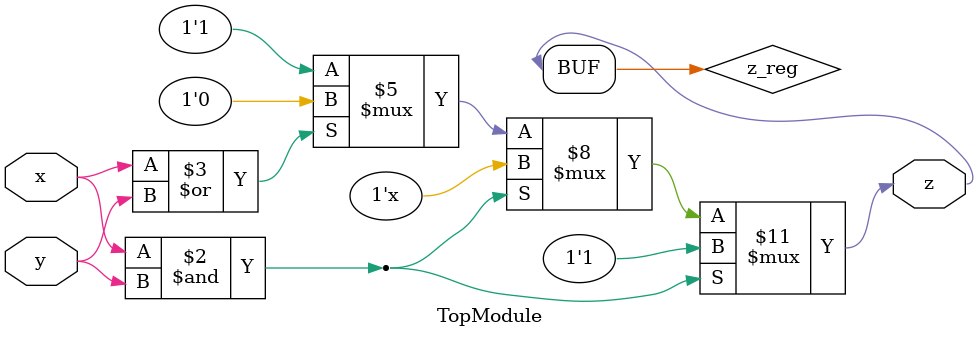
<source format=v>
module TopModule (
  input x,
  input y,
  output z
);

  reg z_reg;
  always @(*) begin
    if (x & y) begin
      z_reg = 1'b1;
    end else if (x | y) begin
      z_reg = 1'b0;
    end else begin
      z_reg = 1'b1;
    end
  end
  assign z = z_reg;
endmodule


</source>
